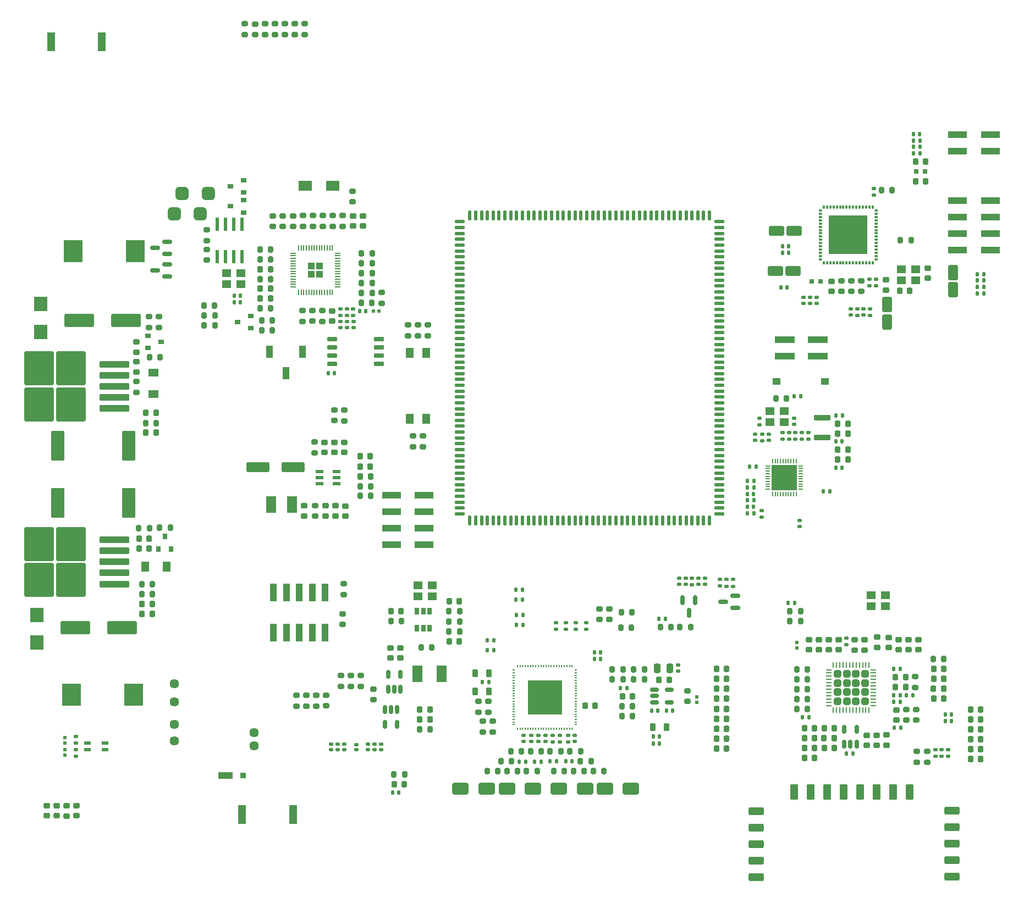
<source format=gtp>
G04 #@! TF.GenerationSoftware,KiCad,Pcbnew,8.0.0-rc1*
G04 #@! TF.CreationDate,2024-04-08T12:56:38+03:00*
G04 #@! TF.ProjectId,MXVR_3566,4d585652-5f33-4353-9636-2e6b69636164,REV1*
G04 #@! TF.SameCoordinates,Original*
G04 #@! TF.FileFunction,Paste,Top*
G04 #@! TF.FilePolarity,Positive*
%FSLAX46Y46*%
G04 Gerber Fmt 4.6, Leading zero omitted, Abs format (unit mm)*
G04 Created by KiCad (PCBNEW 8.0.0-rc1) date 2024-04-08 12:56:38*
%MOMM*%
%LPD*%
G01*
G04 APERTURE LIST*
G04 Aperture macros list*
%AMRoundRect*
0 Rectangle with rounded corners*
0 $1 Rounding radius*
0 $2 $3 $4 $5 $6 $7 $8 $9 X,Y pos of 4 corners*
0 Add a 4 corners polygon primitive as box body*
4,1,4,$2,$3,$4,$5,$6,$7,$8,$9,$2,$3,0*
0 Add four circle primitives for the rounded corners*
1,1,$1+$1,$2,$3*
1,1,$1+$1,$4,$5*
1,1,$1+$1,$6,$7*
1,1,$1+$1,$8,$9*
0 Add four rect primitives between the rounded corners*
20,1,$1+$1,$2,$3,$4,$5,0*
20,1,$1+$1,$4,$5,$6,$7,0*
20,1,$1+$1,$6,$7,$8,$9,0*
20,1,$1+$1,$8,$9,$2,$3,0*%
%AMFreePoly0*
4,1,12,-0.135000,0.225000,0.135000,0.225000,0.135000,-0.090000,0.124724,-0.141662,0.095459,-0.185459,0.051662,-0.214724,0.000000,-0.225000,-0.051662,-0.214724,-0.095459,-0.185459,-0.124724,-0.141662,-0.135000,-0.090000,-0.135000,0.225000,-0.135000,0.225000,$1*%
%AMFreePoly1*
4,1,5,3.000000,-3.000000,-3.000000,-3.000000,-3.000000,3.000000,3.000000,3.000000,3.000000,-3.000000,3.000000,-3.000000,$1*%
G04 Aperture macros list end*
%ADD10RoundRect,0.200000X0.200000X0.275000X-0.200000X0.275000X-0.200000X-0.275000X0.200000X-0.275000X0*%
%ADD11RoundRect,0.140000X0.140000X0.170000X-0.140000X0.170000X-0.140000X-0.170000X0.140000X-0.170000X0*%
%ADD12RoundRect,0.135000X-0.135000X-0.185000X0.135000X-0.185000X0.135000X0.185000X-0.135000X0.185000X0*%
%ADD13RoundRect,0.135000X0.185000X-0.135000X0.185000X0.135000X-0.185000X0.135000X-0.185000X-0.135000X0*%
%ADD14RoundRect,0.200000X-0.275000X0.200000X-0.275000X-0.200000X0.275000X-0.200000X0.275000X0.200000X0*%
%ADD15RoundRect,0.200000X0.275000X-0.200000X0.275000X0.200000X-0.275000X0.200000X-0.275000X-0.200000X0*%
%ADD16RoundRect,0.250001X-0.499999X0.924999X-0.499999X-0.924999X0.499999X-0.924999X0.499999X0.924999X0*%
%ADD17RoundRect,0.225000X-0.225000X-0.250000X0.225000X-0.250000X0.225000X0.250000X-0.225000X0.250000X0*%
%ADD18RoundRect,0.135000X0.135000X0.185000X-0.135000X0.185000X-0.135000X-0.185000X0.135000X-0.185000X0*%
%ADD19RoundRect,0.250000X-1.000000X-0.650000X1.000000X-0.650000X1.000000X0.650000X-1.000000X0.650000X0*%
%ADD20R,1.150000X1.650000*%
%ADD21RoundRect,0.140000X-0.170000X0.140000X-0.170000X-0.140000X0.170000X-0.140000X0.170000X0.140000X0*%
%ADD22RoundRect,0.250000X0.315000X-0.315000X0.315000X0.315000X-0.315000X0.315000X-0.315000X-0.315000X0*%
%ADD23RoundRect,0.062500X0.062500X-0.375000X0.062500X0.375000X-0.062500X0.375000X-0.062500X-0.375000X0*%
%ADD24RoundRect,0.062500X0.375000X-0.062500X0.375000X0.062500X-0.375000X0.062500X-0.375000X-0.062500X0*%
%ADD25R,1.300000X3.000000*%
%ADD26R,0.650000X0.700000*%
%ADD27RoundRect,0.200000X-0.200000X-0.275000X0.200000X-0.275000X0.200000X0.275000X-0.200000X0.275000X0*%
%ADD28RoundRect,0.250000X1.000000X0.650000X-1.000000X0.650000X-1.000000X-0.650000X1.000000X-0.650000X0*%
%ADD29RoundRect,0.218750X0.218750X0.256250X-0.218750X0.256250X-0.218750X-0.256250X0.218750X-0.256250X0*%
%ADD30RoundRect,0.225000X0.225000X0.250000X-0.225000X0.250000X-0.225000X-0.250000X0.225000X-0.250000X0*%
%ADD31R,1.400000X1.200000*%
%ADD32RoundRect,0.225000X-0.250000X0.225000X-0.250000X-0.225000X0.250000X-0.225000X0.250000X0.225000X0*%
%ADD33RoundRect,0.147500X-0.147500X-0.172500X0.147500X-0.172500X0.147500X0.172500X-0.147500X0.172500X0*%
%ADD34R,0.650000X1.125000*%
%ADD35RoundRect,0.140000X0.170000X-0.140000X0.170000X0.140000X-0.170000X0.140000X-0.170000X-0.140000X0*%
%ADD36RoundRect,0.225000X0.250000X-0.225000X0.250000X0.225000X-0.250000X0.225000X-0.250000X-0.225000X0*%
%ADD37R,0.900000X0.800000*%
%ADD38RoundRect,0.140000X-0.140000X-0.170000X0.140000X-0.170000X0.140000X0.170000X-0.140000X0.170000X0*%
%ADD39R,0.800000X0.900000*%
%ADD40RoundRect,0.135000X-0.185000X0.135000X-0.185000X-0.135000X0.185000X-0.135000X0.185000X0.135000X0*%
%ADD41R,0.700000X0.200000*%
%ADD42R,0.200000X0.700000*%
%ADD43R,3.950000X3.950000*%
%ADD44RoundRect,0.150000X0.587500X0.150000X-0.587500X0.150000X-0.587500X-0.150000X0.587500X-0.150000X0*%
%ADD45R,0.550000X0.600000*%
%ADD46RoundRect,0.125000X0.175000X-0.125000X0.175000X0.125000X-0.175000X0.125000X-0.175000X-0.125000X0*%
%ADD47R,0.600000X0.550000*%
%ADD48RoundRect,0.218750X-0.256250X0.218750X-0.256250X-0.218750X0.256250X-0.218750X0.256250X0.218750X0*%
%ADD49RoundRect,0.250000X-0.292217X0.292217X-0.292217X-0.292217X0.292217X-0.292217X0.292217X0.292217X0*%
%ADD50RoundRect,0.050000X-0.050000X0.387500X-0.050000X-0.387500X0.050000X-0.387500X0.050000X0.387500X0*%
%ADD51RoundRect,0.050000X-0.387500X0.050000X-0.387500X-0.050000X0.387500X-0.050000X0.387500X0.050000X0*%
%ADD52RoundRect,0.500000X-0.500000X-0.500000X0.500000X-0.500000X0.500000X0.500000X-0.500000X0.500000X0*%
%ADD53RoundRect,0.500000X0.500000X0.500000X-0.500000X0.500000X-0.500000X-0.500000X0.500000X-0.500000X0*%
%ADD54RoundRect,0.150000X0.150000X-0.512500X0.150000X0.512500X-0.150000X0.512500X-0.150000X-0.512500X0*%
%ADD55R,2.170000X1.120000*%
%ADD56R,0.850000X0.850000*%
%ADD57FreePoly0,0.000000*%
%ADD58FreePoly0,90.000000*%
%ADD59FreePoly0,180.000000*%
%ADD60FreePoly0,270.000000*%
%ADD61FreePoly1,0.000000*%
%ADD62R,3.000000X1.000000*%
%ADD63RoundRect,0.150000X-0.150000X0.587500X-0.150000X-0.587500X0.150000X-0.587500X0.150000X0.587500X0*%
%ADD64RoundRect,0.147500X0.147500X0.172500X-0.147500X0.172500X-0.147500X-0.172500X0.147500X-0.172500X0*%
%ADD65RoundRect,0.250001X0.799999X-2.049999X0.799999X2.049999X-0.799999X2.049999X-0.799999X-2.049999X0*%
%ADD66R,1.000000X2.750000*%
%ADD67RoundRect,0.250001X-1.999999X-0.799999X1.999999X-0.799999X1.999999X0.799999X-1.999999X0.799999X0*%
%ADD68RoundRect,0.041300X-0.253700X0.943700X-0.253700X-0.943700X0.253700X-0.943700X0.253700X0.943700X0*%
%ADD69R,0.180000X0.400000*%
%ADD70R,0.400000X0.180000*%
%ADD71R,5.300000X5.300000*%
%ADD72RoundRect,0.250001X-0.799999X2.049999X-0.799999X-2.049999X0.799999X-2.049999X0.799999X2.049999X0*%
%ADD73RoundRect,0.250001X0.924999X0.499999X-0.924999X0.499999X-0.924999X-0.499999X0.924999X-0.499999X0*%
%ADD74R,1.250000X1.500000*%
%ADD75RoundRect,0.218750X0.256250X-0.218750X0.256250X0.218750X-0.256250X0.218750X-0.256250X-0.218750X0*%
%ADD76RoundRect,0.250000X-1.500000X-0.550000X1.500000X-0.550000X1.500000X0.550000X-1.500000X0.550000X0*%
%ADD77RoundRect,0.250000X2.050000X0.300000X-2.050000X0.300000X-2.050000X-0.300000X2.050000X-0.300000X0*%
%ADD78RoundRect,0.250000X2.025000X2.375000X-2.025000X2.375000X-2.025000X-2.375000X2.025000X-2.375000X0*%
%ADD79RoundRect,0.180000X1.070000X-0.270000X1.070000X0.270000X-1.070000X0.270000X-1.070000X-0.270000X0*%
%ADD80RoundRect,0.218750X0.218750X0.381250X-0.218750X0.381250X-0.218750X-0.381250X0.218750X-0.381250X0*%
%ADD81R,1.050000X0.600000*%
%ADD82R,1.500000X2.500000*%
%ADD83R,3.000000X3.500000*%
%ADD84RoundRect,0.312500X0.887500X0.312500X-0.887500X0.312500X-0.887500X-0.312500X0.887500X-0.312500X0*%
%ADD85RoundRect,0.312500X-0.312500X0.887500X-0.312500X-0.887500X0.312500X-0.887500X0.312500X0.887500X0*%
%ADD86RoundRect,0.218750X-0.218750X-0.381250X0.218750X-0.381250X0.218750X0.381250X-0.218750X0.381250X0*%
%ADD87RoundRect,0.150000X0.650000X0.150000X-0.650000X0.150000X-0.650000X-0.150000X0.650000X-0.150000X0*%
%ADD88RoundRect,0.125000X-0.625000X-0.125000X0.625000X-0.125000X0.625000X0.125000X-0.625000X0.125000X0*%
%ADD89RoundRect,0.125000X0.125000X-0.625000X0.125000X0.625000X-0.125000X0.625000X-0.125000X-0.625000X0*%
%ADD90RoundRect,0.125000X0.625000X0.125000X-0.625000X0.125000X-0.625000X-0.125000X0.625000X-0.125000X0*%
%ADD91RoundRect,0.125000X-0.125000X0.625000X-0.125000X-0.625000X0.125000X-0.625000X0.125000X0.625000X0*%
%ADD92R,1.000000X1.900000*%
%ADD93R,1.200000X1.000000*%
%ADD94RoundRect,0.250000X0.250000X0.475000X-0.250000X0.475000X-0.250000X-0.475000X0.250000X-0.475000X0*%
%ADD95R,3.150000X1.000000*%
%ADD96R,1.200000X0.600000*%
%ADD97RoundRect,0.150000X-0.150000X0.512500X-0.150000X-0.512500X0.150000X-0.512500X0.150000X0.512500X0*%
%ADD98RoundRect,0.150000X-0.512500X-0.150000X0.512500X-0.150000X0.512500X0.150000X-0.512500X0.150000X0*%
%ADD99RoundRect,0.500000X-0.200000X-0.150000X0.200000X-0.150000X0.200000X0.150000X-0.200000X0.150000X0*%
%ADD100R,2.050000X2.250000*%
%ADD101R,2.120000X1.500000*%
%ADD102R,1.650000X1.150000*%
G04 APERTURE END LIST*
D10*
X112475000Y-143700000D03*
X110825000Y-143700000D03*
X103535000Y-76515000D03*
X101885000Y-76515000D03*
D11*
X83260000Y-77900000D03*
X82300000Y-77900000D03*
D12*
X169760000Y-141890000D03*
X170780000Y-141890000D03*
D13*
X170730000Y-98980000D03*
X170730000Y-97960000D03*
D11*
X83260000Y-76910000D03*
X82300000Y-76910000D03*
D14*
X93400000Y-138475000D03*
X93400000Y-140125000D03*
D15*
X89810000Y-66250000D03*
X89810000Y-64600000D03*
D12*
X147660000Y-126730000D03*
X148680000Y-126730000D03*
D16*
X182815000Y-78295000D03*
X182815000Y-80945000D03*
D11*
X138750000Y-132890000D03*
X137790000Y-132890000D03*
D17*
X156580000Y-142100000D03*
X158130000Y-142100000D03*
D18*
X184855000Y-138475000D03*
X183835000Y-138475000D03*
D14*
X98770000Y-135455000D03*
X98770000Y-137105000D03*
D15*
X91345000Y-66250000D03*
X91345000Y-64600000D03*
D14*
X97730000Y-94517500D03*
X97730000Y-96167500D03*
D10*
X72485000Y-112620000D03*
X70835000Y-112620000D03*
D17*
X68130000Y-124420000D03*
X69680000Y-124420000D03*
D19*
X132302500Y-152840000D03*
X136302500Y-152840000D03*
D10*
X142165000Y-134500000D03*
X140515000Y-134500000D03*
D15*
X99020000Y-127585000D03*
X99020000Y-125935000D03*
D20*
X68617500Y-118625000D03*
X71917500Y-118625000D03*
D21*
X169340000Y-111550000D03*
X169340000Y-112510000D03*
D22*
X175210000Y-139385000D03*
X176610000Y-139385000D03*
X178010000Y-139385000D03*
X179410000Y-139385000D03*
X175210000Y-137985000D03*
X176610000Y-137985000D03*
X178010000Y-137985000D03*
X179410000Y-137985000D03*
X175210000Y-136585000D03*
X176610000Y-136585000D03*
X178010000Y-136585000D03*
X179410000Y-136585000D03*
X175210000Y-135185000D03*
X176610000Y-135185000D03*
X178010000Y-135185000D03*
X179410000Y-135185000D03*
D23*
X174560000Y-140722500D03*
X175060000Y-140722500D03*
X175560000Y-140722500D03*
X176060000Y-140722500D03*
X176560000Y-140722500D03*
X177060000Y-140722500D03*
X177560000Y-140722500D03*
X178060000Y-140722500D03*
X178560000Y-140722500D03*
X179060000Y-140722500D03*
X179560000Y-140722500D03*
X180060000Y-140722500D03*
D24*
X180747500Y-140035000D03*
X180747500Y-139535000D03*
X180747500Y-139035000D03*
X180747500Y-138535000D03*
X180747500Y-138035000D03*
X180747500Y-137535000D03*
X180747500Y-137035000D03*
X180747500Y-136535000D03*
X180747500Y-136035000D03*
X180747500Y-135535000D03*
X180747500Y-135035000D03*
X180747500Y-134535000D03*
D23*
X180060000Y-133847500D03*
X179560000Y-133847500D03*
X179060000Y-133847500D03*
X178560000Y-133847500D03*
X178060000Y-133847500D03*
X177560000Y-133847500D03*
X177060000Y-133847500D03*
X176560000Y-133847500D03*
X176060000Y-133847500D03*
X175560000Y-133847500D03*
X175060000Y-133847500D03*
X174560000Y-133847500D03*
D24*
X173872500Y-134535000D03*
X173872500Y-135035000D03*
X173872500Y-135535000D03*
X173872500Y-136035000D03*
X173872500Y-136535000D03*
X173872500Y-137035000D03*
X173872500Y-137535000D03*
X173872500Y-138035000D03*
X173872500Y-138535000D03*
X173872500Y-139035000D03*
X173872500Y-139535000D03*
X173872500Y-140035000D03*
D17*
X68130000Y-125950000D03*
X69680000Y-125950000D03*
D25*
X83540000Y-156820000D03*
X91340000Y-156820000D03*
D26*
X171245000Y-74730000D03*
X172595000Y-74730000D03*
D27*
X111105000Y-131060000D03*
X112755000Y-131060000D03*
D28*
X128300000Y-152830000D03*
X124300000Y-152830000D03*
D13*
X57910000Y-147880000D03*
X57910000Y-146860000D03*
D12*
X161330000Y-106440000D03*
X162350000Y-106440000D03*
D15*
X88570000Y-36675000D03*
X88570000Y-35025000D03*
D21*
X128020000Y-144650000D03*
X128020000Y-145610000D03*
D15*
X91610000Y-36685000D03*
X91610000Y-35035000D03*
D29*
X137887500Y-140100000D03*
X136312500Y-140100000D03*
D30*
X87885000Y-77370000D03*
X86335000Y-77370000D03*
D16*
X192940000Y-73360000D03*
X192940000Y-76010000D03*
D17*
X156575000Y-135945000D03*
X158125000Y-135945000D03*
D21*
X190240000Y-146880000D03*
X190240000Y-147840000D03*
D31*
X166960000Y-94650000D03*
X164760000Y-94650000D03*
X164760000Y-96350000D03*
X166960000Y-96350000D03*
D10*
X133160000Y-150160000D03*
X131510000Y-150160000D03*
D13*
X169730000Y-98990000D03*
X169730000Y-97970000D03*
D12*
X121265000Y-129980000D03*
X122285000Y-129980000D03*
D32*
X189050000Y-72680000D03*
X189050000Y-74230000D03*
D27*
X101885000Y-70415000D03*
X103535000Y-70415000D03*
D18*
X197700000Y-76610000D03*
X196680000Y-76610000D03*
D10*
X137245000Y-148640000D03*
X135595000Y-148640000D03*
D15*
X112130000Y-83060000D03*
X112130000Y-81410000D03*
D33*
X133352500Y-148650000D03*
X134322500Y-148650000D03*
D30*
X70280000Y-94985000D03*
X68730000Y-94985000D03*
D34*
X112370000Y-125490000D03*
X111420000Y-125490000D03*
X110470000Y-125490000D03*
X110470000Y-128114000D03*
X111420000Y-128114000D03*
X112370000Y-128114000D03*
D12*
X125790000Y-126080000D03*
X126810000Y-126080000D03*
D35*
X162540000Y-99190000D03*
X162540000Y-98230000D03*
D30*
X171657500Y-146595000D03*
X170107500Y-146595000D03*
D11*
X162290000Y-107440000D03*
X161330000Y-107440000D03*
D21*
X134770000Y-144650000D03*
X134770000Y-145610000D03*
D36*
X179387500Y-131480000D03*
X179387500Y-129930000D03*
D37*
X83750000Y-64090000D03*
X83750000Y-62190000D03*
X81750000Y-63140000D03*
D10*
X117015000Y-128630000D03*
X115365000Y-128630000D03*
D38*
X146820000Y-144850000D03*
X147780000Y-144850000D03*
D27*
X134520000Y-150160000D03*
X136170000Y-150160000D03*
D17*
X106465000Y-125480000D03*
X108015000Y-125480000D03*
D39*
X70680000Y-115970000D03*
X72580000Y-115970000D03*
X71630000Y-113970000D03*
D10*
X103535000Y-71910000D03*
X101885000Y-71910000D03*
D17*
X101722500Y-103208750D03*
X103272500Y-103208750D03*
D30*
X171662500Y-143545000D03*
X170112500Y-143545000D03*
D38*
X174960000Y-103420000D03*
X175920000Y-103420000D03*
D17*
X173132500Y-146595000D03*
X174682500Y-146595000D03*
X67650000Y-115850000D03*
X69200000Y-115850000D03*
D11*
X167670000Y-70280000D03*
X166710000Y-70280000D03*
D10*
X103535000Y-74965000D03*
X101885000Y-74965000D03*
D14*
X109820000Y-98535000D03*
X109820000Y-100185000D03*
D40*
X176595000Y-129640000D03*
X176595000Y-130660000D03*
D36*
X173815000Y-131470000D03*
X173815000Y-129920000D03*
D14*
X95890000Y-79210000D03*
X95890000Y-80860000D03*
D17*
X156585000Y-145150000D03*
X158135000Y-145150000D03*
X190025000Y-138990000D03*
X191575000Y-138990000D03*
D15*
X95975000Y-66225000D03*
X95975000Y-64575000D03*
D41*
X164460000Y-103130000D03*
X164460000Y-103530000D03*
X164460000Y-103930000D03*
X164460000Y-104330000D03*
X164460000Y-104730000D03*
X164460000Y-105130000D03*
X164460000Y-105530000D03*
X164460000Y-105930000D03*
X164460000Y-106330000D03*
X164460000Y-106730000D03*
D42*
X165210000Y-107480000D03*
X165610000Y-107480000D03*
X166010000Y-107480000D03*
X166410000Y-107480000D03*
X166810000Y-107480000D03*
X167210000Y-107480000D03*
X167610000Y-107480000D03*
X168010000Y-107480000D03*
X168410000Y-107480000D03*
X168810000Y-107480000D03*
D41*
X169560000Y-106730000D03*
X169560000Y-106330000D03*
X169560000Y-105930000D03*
X169560000Y-105530000D03*
X169560000Y-105130000D03*
X169560000Y-104730000D03*
X169560000Y-104330000D03*
X169560000Y-103930000D03*
X169560000Y-103530000D03*
X169560000Y-103130000D03*
D42*
X168810000Y-102380000D03*
X168410000Y-102380000D03*
X168010000Y-102380000D03*
X167610000Y-102380000D03*
X167210000Y-102380000D03*
X166810000Y-102380000D03*
X166410000Y-102380000D03*
X166010000Y-102380000D03*
X165610000Y-102380000D03*
X165210000Y-102380000D03*
D43*
X167010000Y-104930000D03*
D17*
X156570000Y-137485000D03*
X158120000Y-137485000D03*
D27*
X167850000Y-127065000D03*
X169500000Y-127065000D03*
D38*
X186890000Y-52010000D03*
X187850000Y-52010000D03*
D14*
X100300000Y-135455000D03*
X100300000Y-137105000D03*
D32*
X100575000Y-64640000D03*
X100575000Y-66190000D03*
D27*
X106415000Y-127000000D03*
X108065000Y-127000000D03*
D21*
X181120000Y-74400000D03*
X181120000Y-75360000D03*
D11*
X167670000Y-69300000D03*
X166710000Y-69300000D03*
D10*
X79335000Y-79990000D03*
X77685000Y-79990000D03*
D44*
X72027500Y-73990000D03*
X72027500Y-72090000D03*
X70152500Y-73040000D03*
D15*
X85520000Y-36695000D03*
X85520000Y-35045000D03*
D14*
X120580000Y-142455000D03*
X120580000Y-144105000D03*
D11*
X121490000Y-136470000D03*
X120530000Y-136470000D03*
D14*
X70720000Y-80145000D03*
X70720000Y-81795000D03*
D11*
X162260000Y-109420000D03*
X161300000Y-109420000D03*
D21*
X180140000Y-74400000D03*
X180140000Y-75360000D03*
D45*
X104567500Y-79300000D03*
X103717500Y-79300000D03*
D21*
X178230000Y-78960000D03*
X178230000Y-79920000D03*
D15*
X67240000Y-91795000D03*
X67240000Y-90145000D03*
D46*
X101100000Y-146860000D03*
X101100000Y-146060000D03*
D21*
X98695000Y-80860000D03*
X98695000Y-81820000D03*
D47*
X168952500Y-130325000D03*
X168952500Y-131175000D03*
D12*
X121265000Y-131510000D03*
X122285000Y-131510000D03*
D36*
X106397500Y-132740000D03*
X106397500Y-131190000D03*
X67230000Y-88660000D03*
X67230000Y-87110000D03*
D15*
X122100000Y-144105000D03*
X122100000Y-142455000D03*
D13*
X157110000Y-121650000D03*
X157110000Y-120630000D03*
D17*
X101735000Y-104738750D03*
X103285000Y-104738750D03*
D14*
X177867500Y-129885000D03*
X177867500Y-131535000D03*
D13*
X159120000Y-121660000D03*
X159120000Y-120640000D03*
D48*
X182720000Y-144592500D03*
X182720000Y-146167500D03*
D47*
X56280000Y-144972500D03*
X56280000Y-145822500D03*
D14*
X110590000Y-81410000D03*
X110590000Y-83060000D03*
D21*
X169970000Y-77150000D03*
X169970000Y-78110000D03*
D27*
X86525000Y-82240000D03*
X88175000Y-82240000D03*
D49*
X95457500Y-72322500D03*
X94182500Y-72322500D03*
X95457500Y-73597500D03*
X94182500Y-73597500D03*
D50*
X97420000Y-69522500D03*
X97020000Y-69522500D03*
X96620000Y-69522500D03*
X96220000Y-69522500D03*
X95820000Y-69522500D03*
X95420000Y-69522500D03*
X95020000Y-69522500D03*
X94620000Y-69522500D03*
X94220000Y-69522500D03*
X93820000Y-69522500D03*
X93420000Y-69522500D03*
X93020000Y-69522500D03*
X92620000Y-69522500D03*
X92220000Y-69522500D03*
D51*
X91382500Y-70360000D03*
X91382500Y-70760000D03*
X91382500Y-71160000D03*
X91382500Y-71560000D03*
X91382500Y-71960000D03*
X91382500Y-72360000D03*
X91382500Y-72760000D03*
X91382500Y-73160000D03*
X91382500Y-73560000D03*
X91382500Y-73960000D03*
X91382500Y-74360000D03*
X91382500Y-74760000D03*
X91382500Y-75160000D03*
X91382500Y-75560000D03*
D50*
X92220000Y-76397500D03*
X92620000Y-76397500D03*
X93020000Y-76397500D03*
X93420000Y-76397500D03*
X93820000Y-76397500D03*
X94220000Y-76397500D03*
X94620000Y-76397500D03*
X95020000Y-76397500D03*
X95420000Y-76397500D03*
X95820000Y-76397500D03*
X96220000Y-76397500D03*
X96620000Y-76397500D03*
X97020000Y-76397500D03*
X97420000Y-76397500D03*
D51*
X98257500Y-75560000D03*
X98257500Y-75160000D03*
X98257500Y-74760000D03*
X98257500Y-74360000D03*
X98257500Y-73960000D03*
X98257500Y-73560000D03*
X98257500Y-73160000D03*
X98257500Y-72760000D03*
X98257500Y-72360000D03*
X98257500Y-71960000D03*
X98257500Y-71560000D03*
X98257500Y-71160000D03*
X98257500Y-70760000D03*
X98257500Y-70360000D03*
D14*
X78060000Y-69795000D03*
X78060000Y-71445000D03*
D35*
X150620000Y-134740000D03*
X150620000Y-133780000D03*
D17*
X195660000Y-142170000D03*
X197210000Y-142170000D03*
X156575000Y-146660000D03*
X158125000Y-146660000D03*
D13*
X152800000Y-121420000D03*
X152800000Y-120400000D03*
D38*
X146560000Y-140800000D03*
X147520000Y-140800000D03*
D52*
X77084290Y-64290000D03*
D53*
X73084290Y-64290000D03*
D54*
X106030000Y-137507500D03*
X106980000Y-137507500D03*
X107930000Y-137507500D03*
X107930000Y-135232500D03*
X106030000Y-135232500D03*
D18*
X197690000Y-73580000D03*
X196670000Y-73580000D03*
D10*
X87935000Y-78900000D03*
X86285000Y-78900000D03*
D55*
X80960000Y-150830000D03*
D56*
X83640000Y-150830000D03*
D36*
X181330000Y-131075000D03*
X181330000Y-129525000D03*
D48*
X182670000Y-74492500D03*
X182670000Y-76067500D03*
D35*
X153810000Y-121380000D03*
X153810000Y-120420000D03*
D27*
X101865000Y-78035000D03*
X103515000Y-78035000D03*
X189925000Y-132860000D03*
X191575000Y-132860000D03*
D15*
X90090000Y-36685000D03*
X90090000Y-35035000D03*
D35*
X164600000Y-99210000D03*
X164600000Y-98250000D03*
D10*
X87935000Y-74340000D03*
X86285000Y-74340000D03*
D21*
X130240000Y-144650000D03*
X130240000Y-145610000D03*
D46*
X102890000Y-146820000D03*
X102890000Y-146020000D03*
D57*
X180590000Y-63300000D03*
X180090000Y-63300000D03*
X179590000Y-63300000D03*
X179090000Y-63300000D03*
X178590000Y-63300000D03*
X178090000Y-63300000D03*
X177590000Y-63300000D03*
X177090000Y-63300000D03*
X176590000Y-63300000D03*
X176090000Y-63300000D03*
X175590000Y-63300000D03*
X175090000Y-63300000D03*
X174590000Y-63300000D03*
X174090000Y-63300000D03*
X173590000Y-63300000D03*
X173090000Y-63300000D03*
D58*
X172590000Y-63800000D03*
X172590000Y-64300000D03*
X172590000Y-64800000D03*
X172590000Y-65300000D03*
X172590000Y-65800000D03*
X172590000Y-66300000D03*
X172590000Y-66800000D03*
X172590000Y-67300000D03*
X172590000Y-67800000D03*
X172590000Y-68300000D03*
X172590000Y-68800000D03*
X172590000Y-69300000D03*
X172590000Y-69800000D03*
X172590000Y-70300000D03*
X172590000Y-70800000D03*
X172590000Y-71300000D03*
D59*
X173090000Y-71800000D03*
X173590000Y-71800000D03*
X174090000Y-71800000D03*
X174590000Y-71800000D03*
X175090000Y-71800000D03*
X175590000Y-71800000D03*
X176090000Y-71800000D03*
X176590000Y-71800000D03*
X177090000Y-71800000D03*
X177590000Y-71800000D03*
X178090000Y-71800000D03*
X178590000Y-71800000D03*
X179090000Y-71800000D03*
X179590000Y-71800000D03*
X180090000Y-71800000D03*
X180590000Y-71800000D03*
D60*
X181090000Y-71300000D03*
X181090000Y-70800000D03*
X181090000Y-70300000D03*
X181090000Y-69800000D03*
X181090000Y-69300000D03*
X181090000Y-68800000D03*
X181090000Y-68300000D03*
X181090000Y-67800000D03*
X181090000Y-67300000D03*
X181090000Y-66800000D03*
X181090000Y-66300000D03*
X181090000Y-65800000D03*
X181090000Y-65300000D03*
X181090000Y-64800000D03*
X181090000Y-64300000D03*
X181090000Y-63800000D03*
D61*
X176840000Y-67550000D03*
D29*
X149287500Y-136080000D03*
X147712500Y-136080000D03*
D62*
X106520000Y-107620000D03*
X111560000Y-107620000D03*
X106520000Y-110160000D03*
X111560000Y-110160000D03*
X106520000Y-112700000D03*
X111560000Y-112700000D03*
X106520000Y-115240000D03*
X111560000Y-115240000D03*
D36*
X58020000Y-157037500D03*
X58020000Y-155487500D03*
D14*
X152100000Y-137765000D03*
X152100000Y-139415000D03*
D12*
X161280000Y-108430000D03*
X162300000Y-108430000D03*
D15*
X111350000Y-100185000D03*
X111350000Y-98535000D03*
D40*
X57920000Y-144780000D03*
X57920000Y-145800000D03*
D36*
X183100000Y-131125000D03*
X183100000Y-129575000D03*
D31*
X112770000Y-121550000D03*
X110570000Y-121550000D03*
X110570000Y-123250000D03*
X112770000Y-123250000D03*
D33*
X128590000Y-148670000D03*
X129560000Y-148670000D03*
D27*
X167850000Y-125505000D03*
X169500000Y-125505000D03*
D14*
X121420000Y-139430000D03*
X121420000Y-141080000D03*
D63*
X153260000Y-123850000D03*
X151360000Y-123850000D03*
X152310000Y-125725000D03*
D32*
X174240000Y-74670000D03*
X174240000Y-76220000D03*
D14*
X92820000Y-79200000D03*
X92820000Y-80850000D03*
D32*
X97880000Y-109273750D03*
X97880000Y-110823750D03*
D17*
X156575000Y-143630000D03*
X158125000Y-143630000D03*
D10*
X145450000Y-134500000D03*
X143800000Y-134500000D03*
D35*
X163220000Y-96780000D03*
X163220000Y-95820000D03*
D64*
X127160000Y-148670000D03*
X126190000Y-148670000D03*
D65*
X66060000Y-108800000D03*
X66060000Y-100000000D03*
D30*
X143610000Y-138610000D03*
X142060000Y-138610000D03*
D17*
X173127500Y-145055000D03*
X174677500Y-145055000D03*
D21*
X180770000Y-60440000D03*
X180770000Y-61400000D03*
D36*
X99245000Y-101055000D03*
X99245000Y-99505000D03*
D14*
X109050000Y-81410000D03*
X109050000Y-83060000D03*
D66*
X88330000Y-122605000D03*
X88330000Y-128855000D03*
X90330000Y-122605000D03*
X90330000Y-128855000D03*
X92330000Y-122605000D03*
X92330000Y-128855000D03*
X94330000Y-122605000D03*
X94330000Y-128855000D03*
X96330000Y-122605000D03*
X96330000Y-128855000D03*
D67*
X58420000Y-80745000D03*
X65620000Y-80745000D03*
D38*
X174960000Y-99380000D03*
X175920000Y-99380000D03*
D17*
X190010000Y-135920000D03*
X191560000Y-135920000D03*
D15*
X94792500Y-110878750D03*
X94792500Y-109228750D03*
D36*
X175330000Y-131470000D03*
X175330000Y-129920000D03*
D32*
X184230000Y-140715000D03*
X184230000Y-142265000D03*
D17*
X101725000Y-101653750D03*
X103275000Y-101653750D03*
D15*
X175780000Y-76265000D03*
X175780000Y-74615000D03*
D21*
X179210000Y-78950000D03*
X179210000Y-79910000D03*
D27*
X127310000Y-150190000D03*
X128960000Y-150190000D03*
D17*
X106975000Y-152210000D03*
X108525000Y-152210000D03*
D47*
X153520000Y-139600000D03*
X153520000Y-138750000D03*
D67*
X57820000Y-128050000D03*
X65020000Y-128050000D03*
D68*
X83520000Y-65930000D03*
X82250000Y-65930000D03*
X80980000Y-65930000D03*
X79710000Y-65930000D03*
X79710000Y-70880000D03*
X80980000Y-70880000D03*
X82250000Y-70880000D03*
X83520000Y-70880000D03*
D10*
X129575000Y-147120000D03*
X127925000Y-147120000D03*
D19*
X117150000Y-152830000D03*
X121150000Y-152830000D03*
D36*
X179680000Y-146165000D03*
X179680000Y-144615000D03*
D46*
X103920000Y-146820000D03*
X103920000Y-146020000D03*
D14*
X138500000Y-125165000D03*
X138500000Y-126815000D03*
D15*
X94445000Y-66242500D03*
X94445000Y-64592500D03*
D46*
X98250000Y-146830000D03*
X98250000Y-146030000D03*
D21*
X180210000Y-78960000D03*
X180210000Y-79920000D03*
D27*
X67605000Y-112720000D03*
X69255000Y-112720000D03*
D12*
X196670000Y-75590000D03*
X197690000Y-75590000D03*
D27*
X184865000Y-68350000D03*
X186515000Y-68350000D03*
D17*
X110875000Y-140650000D03*
X112425000Y-140650000D03*
D21*
X171950000Y-77140000D03*
X171950000Y-78100000D03*
D69*
X125930000Y-143590000D03*
X126330000Y-143590000D03*
X126730000Y-143590000D03*
X127130000Y-143590000D03*
X127530000Y-143590000D03*
X127930000Y-143590000D03*
X128330000Y-143590000D03*
X128730000Y-143590000D03*
X129130000Y-143590000D03*
X129530000Y-143590000D03*
X129930000Y-143590000D03*
X130330000Y-143590000D03*
X130730000Y-143590000D03*
X131130000Y-143590000D03*
X131530000Y-143590000D03*
X131930000Y-143590000D03*
X132330000Y-143590000D03*
X132730000Y-143590000D03*
X133130000Y-143590000D03*
X133530000Y-143590000D03*
X133930000Y-143590000D03*
X134330000Y-143590000D03*
D70*
X134930000Y-142990000D03*
X134930000Y-142590000D03*
X134930000Y-142190000D03*
X134930000Y-141790000D03*
X134930000Y-141390000D03*
X134930000Y-140990000D03*
X134930000Y-140590000D03*
X134930000Y-140190000D03*
X134930000Y-139790000D03*
X134930000Y-139390000D03*
X134930000Y-138990000D03*
X134930000Y-138590000D03*
X134930000Y-138190000D03*
X134930000Y-137790000D03*
X134930000Y-137390000D03*
X134930000Y-136990000D03*
X134930000Y-136590000D03*
X134930000Y-136190000D03*
X134930000Y-135790000D03*
X134930000Y-135390000D03*
X134930000Y-134990000D03*
X134930000Y-134590000D03*
D69*
X134330000Y-133990000D03*
X133930000Y-133990000D03*
X133530000Y-133990000D03*
X133130000Y-133990000D03*
X132730000Y-133990000D03*
X132330000Y-133990000D03*
X131930000Y-133990000D03*
X131530000Y-133990000D03*
X131130000Y-133990000D03*
X130730000Y-133990000D03*
X130330000Y-133990000D03*
X129930000Y-133990000D03*
X129530000Y-133990000D03*
X129130000Y-133990000D03*
X128730000Y-133990000D03*
X128330000Y-133990000D03*
X127930000Y-133990000D03*
X127530000Y-133990000D03*
X127130000Y-133990000D03*
X126730000Y-133990000D03*
X126330000Y-133990000D03*
X125930000Y-133990000D03*
D70*
X125330000Y-134590000D03*
X125330000Y-134990000D03*
X125330000Y-135390000D03*
X125330000Y-135790000D03*
X125330000Y-136190000D03*
X125330000Y-136590000D03*
X125330000Y-136990000D03*
X125330000Y-137390000D03*
X125330000Y-137790000D03*
X125330000Y-138190000D03*
X125330000Y-138590000D03*
X125330000Y-138990000D03*
X125330000Y-139390000D03*
X125330000Y-139790000D03*
X125330000Y-140190000D03*
X125330000Y-140590000D03*
X125330000Y-140990000D03*
X125330000Y-141390000D03*
X125330000Y-141790000D03*
X125330000Y-142190000D03*
X125330000Y-142590000D03*
X125330000Y-142990000D03*
D71*
X130130000Y-138790000D03*
D36*
X186155000Y-131435000D03*
X186155000Y-129885000D03*
D26*
X188655000Y-57760000D03*
X187305000Y-57760000D03*
D10*
X142175000Y-136030000D03*
X140525000Y-136030000D03*
D72*
X55110000Y-100000000D03*
X55110000Y-108800000D03*
D35*
X98690000Y-79945000D03*
X98690000Y-78985000D03*
D11*
X167420000Y-75620000D03*
X166460000Y-75620000D03*
D38*
X191780000Y-142450000D03*
X192740000Y-142450000D03*
D36*
X187675000Y-131440000D03*
X187675000Y-129890000D03*
D73*
X168495000Y-66880000D03*
X165845000Y-66880000D03*
D40*
X131860000Y-127280000D03*
X131860000Y-128300000D03*
D11*
X162310000Y-105440000D03*
X161350000Y-105440000D03*
D74*
X109370000Y-95865000D03*
X111910000Y-95865000D03*
X111910000Y-85705000D03*
X109370000Y-85705000D03*
D31*
X180390000Y-124790000D03*
X182590000Y-124790000D03*
X182590000Y-123090000D03*
X180390000Y-123090000D03*
D40*
X166700000Y-97977500D03*
X166700000Y-98997500D03*
D21*
X100665000Y-80855000D03*
X100665000Y-81815000D03*
D36*
X99432500Y-110853750D03*
X99432500Y-109303750D03*
D17*
X184127500Y-135685000D03*
X185677500Y-135685000D03*
D30*
X171652500Y-145065000D03*
X170102500Y-145065000D03*
D35*
X154810000Y-121390000D03*
X154810000Y-120430000D03*
D75*
X172295000Y-131467500D03*
X172295000Y-129892500D03*
D27*
X101685000Y-107768750D03*
X103335000Y-107768750D03*
D21*
X132450000Y-144660000D03*
X132450000Y-145620000D03*
D10*
X103535000Y-73430000D03*
X101885000Y-73430000D03*
D17*
X189975000Y-137440000D03*
X191525000Y-137440000D03*
X195660000Y-145250000D03*
X197210000Y-145250000D03*
D27*
X137585000Y-150170000D03*
X139235000Y-150170000D03*
D12*
X167600000Y-124250000D03*
X168620000Y-124250000D03*
X185767500Y-138475000D03*
X186787500Y-138475000D03*
D14*
X100500000Y-60785000D03*
X100500000Y-62435000D03*
D10*
X170552500Y-134515000D03*
X168902500Y-134515000D03*
D30*
X70275000Y-98030000D03*
X68725000Y-98030000D03*
D10*
X79345000Y-81520000D03*
X77695000Y-81520000D03*
D76*
X86000000Y-103348750D03*
X91400000Y-103348750D03*
D10*
X132610000Y-147120000D03*
X130960000Y-147120000D03*
D38*
X106695000Y-153470000D03*
X107655000Y-153470000D03*
D12*
X176590000Y-147420000D03*
X177610000Y-147420000D03*
D14*
X187420000Y-147115000D03*
X187420000Y-148765000D03*
D15*
X83970000Y-36675000D03*
X83970000Y-35025000D03*
D77*
X63867500Y-121320000D03*
X63867500Y-119620000D03*
X63867500Y-117920000D03*
D78*
X57142500Y-120695000D03*
X57142500Y-115145000D03*
X52292500Y-120695000D03*
X52292500Y-115145000D03*
D77*
X63867500Y-116220000D03*
X63867500Y-114520000D03*
D30*
X69200000Y-114310000D03*
X67650000Y-114310000D03*
D17*
X156550000Y-140560000D03*
X158100000Y-140560000D03*
D35*
X99665000Y-79940000D03*
X99665000Y-78980000D03*
D17*
X115435000Y-130150000D03*
X116985000Y-130150000D03*
D14*
X99035000Y-64585000D03*
X99035000Y-66235000D03*
X140030000Y-125155000D03*
X140030000Y-126805000D03*
X94700000Y-99465000D03*
X94700000Y-101115000D03*
D79*
X172840000Y-98790000D03*
X172840000Y-95690000D03*
D38*
X174965000Y-95350000D03*
X175925000Y-95350000D03*
D32*
X96340000Y-109278750D03*
X96340000Y-110828750D03*
D15*
X93150000Y-36685000D03*
X93150000Y-35035000D03*
D27*
X181965000Y-60690000D03*
X183615000Y-60690000D03*
D32*
X67255000Y-84055000D03*
X67255000Y-85605000D03*
D11*
X97730000Y-88840000D03*
X96770000Y-88840000D03*
D10*
X143545000Y-125720000D03*
X141895000Y-125720000D03*
D27*
X150920000Y-127990000D03*
X152570000Y-127990000D03*
D17*
X195680000Y-148320000D03*
X197230000Y-148320000D03*
D13*
X163510000Y-111060000D03*
X163510000Y-110040000D03*
D17*
X187205000Y-56230000D03*
X188755000Y-56230000D03*
D80*
X148892500Y-143400000D03*
X146767500Y-143400000D03*
D17*
X173142500Y-143525000D03*
X174692500Y-143525000D03*
D40*
X158110000Y-120640000D03*
X158110000Y-121660000D03*
D30*
X176775000Y-98130000D03*
X175225000Y-98130000D03*
D18*
X184950000Y-143500000D03*
X183930000Y-143500000D03*
D46*
X104950000Y-146810000D03*
X104950000Y-146010000D03*
D62*
X193660000Y-52070000D03*
X198700000Y-52070000D03*
X193660000Y-54610000D03*
X198700000Y-54610000D03*
D35*
X100645000Y-79940000D03*
X100645000Y-78980000D03*
D37*
X83735000Y-61020000D03*
X83735000Y-59120000D03*
X81735000Y-60070000D03*
D11*
X142745000Y-137330000D03*
X141785000Y-137330000D03*
D17*
X86335000Y-75850000D03*
X87885000Y-75850000D03*
X156575000Y-134410000D03*
X158125000Y-134410000D03*
D81*
X62395000Y-145830000D03*
X59745000Y-145830000D03*
X59745000Y-146830000D03*
X62395000Y-146830000D03*
D36*
X181200000Y-146165000D03*
X181200000Y-144615000D03*
D52*
X78314290Y-61190000D03*
D53*
X74314290Y-61190000D03*
D17*
X190005000Y-134390000D03*
X191555000Y-134390000D03*
D40*
X191240000Y-146870000D03*
X191240000Y-147890000D03*
D15*
X178870000Y-76270000D03*
X178870000Y-74620000D03*
D82*
X110533265Y-135160000D03*
X114233265Y-135160000D03*
D17*
X175240000Y-102160000D03*
X176790000Y-102160000D03*
D27*
X68675000Y-96515000D03*
X70325000Y-96515000D03*
D17*
X115425000Y-124010000D03*
X116975000Y-124010000D03*
D40*
X167710000Y-97967500D03*
X167710000Y-98987500D03*
D14*
X187177500Y-135620000D03*
X187177500Y-137270000D03*
D54*
X176237500Y-145970000D03*
X177187500Y-145970000D03*
X178137500Y-145970000D03*
X178137500Y-143695000D03*
X176237500Y-143695000D03*
D17*
X175230000Y-96610000D03*
X176780000Y-96610000D03*
D83*
X67080000Y-70080000D03*
X57480000Y-70080000D03*
D21*
X177250000Y-78950000D03*
X177250000Y-79910000D03*
D17*
X175240000Y-100640000D03*
X176790000Y-100640000D03*
D10*
X103325000Y-106258750D03*
X101675000Y-106258750D03*
X126545000Y-147120000D03*
X124895000Y-147120000D03*
D84*
X192802900Y-166415000D03*
X192802900Y-163875000D03*
X192802900Y-161335000D03*
X192802900Y-158795000D03*
X192802900Y-156255000D03*
D85*
X186300000Y-153365944D03*
X183760000Y-153365944D03*
X181220000Y-153365944D03*
X178680000Y-153365944D03*
X176140000Y-153340944D03*
X173600000Y-153340944D03*
X171060000Y-153365944D03*
X168520000Y-153390944D03*
D84*
X162642900Y-156370000D03*
X162642900Y-158910000D03*
X162642900Y-161450000D03*
X162642900Y-163990000D03*
X162642900Y-166530000D03*
D10*
X117015000Y-127080000D03*
X115365000Y-127080000D03*
D27*
X86275000Y-71310000D03*
X87925000Y-71310000D03*
D15*
X97505000Y-66225000D03*
X97505000Y-64575000D03*
D86*
X119370000Y-135105000D03*
X121495000Y-135105000D03*
D10*
X117025000Y-125550000D03*
X115375000Y-125550000D03*
D36*
X97755000Y-101065000D03*
X97755000Y-99515000D03*
D17*
X195665000Y-146790000D03*
X197215000Y-146790000D03*
D18*
X184865000Y-139470000D03*
X183845000Y-139470000D03*
D87*
X104590000Y-87370000D03*
X104590000Y-86100000D03*
X104590000Y-84830000D03*
X104590000Y-83560000D03*
X97390000Y-83560000D03*
X97390000Y-84830000D03*
X97390000Y-86100000D03*
X97390000Y-87370000D03*
D10*
X145460000Y-136040000D03*
X143810000Y-136040000D03*
D75*
X93107500Y-110841250D03*
X93107500Y-109266250D03*
D10*
X143660000Y-140170000D03*
X142010000Y-140170000D03*
D48*
X56480000Y-155475000D03*
X56480000Y-157050000D03*
D10*
X70895000Y-86380000D03*
X69245000Y-86380000D03*
X170552500Y-136035000D03*
X168902500Y-136035000D03*
D31*
X187235000Y-72820000D03*
X185035000Y-72820000D03*
X185035000Y-74520000D03*
X187235000Y-74520000D03*
D12*
X125790000Y-127610000D03*
X126810000Y-127610000D03*
D21*
X170970000Y-77140000D03*
X170970000Y-78100000D03*
D14*
X101830000Y-135455000D03*
X101830000Y-137105000D03*
D10*
X88190000Y-80690000D03*
X86540000Y-80690000D03*
D11*
X162650000Y-103220000D03*
X161690000Y-103220000D03*
D10*
X149550000Y-127990000D03*
X147900000Y-127990000D03*
D82*
X91250000Y-109103750D03*
X88000000Y-109103750D03*
D27*
X165690000Y-92720000D03*
X167340000Y-92720000D03*
D88*
X117035000Y-65520000D03*
X117035000Y-66420000D03*
X117035000Y-67320000D03*
X117035000Y-68220000D03*
X117035000Y-69120000D03*
X117035000Y-70020000D03*
X117035000Y-70920000D03*
X117035000Y-71820000D03*
X117035000Y-72720000D03*
X117035000Y-73620000D03*
X117035000Y-74520000D03*
X117035000Y-75420000D03*
X117035000Y-76320000D03*
X117035000Y-77220000D03*
X117035000Y-78120000D03*
X117035000Y-79020000D03*
X117035000Y-79920000D03*
X117035000Y-80820000D03*
X117035000Y-81720000D03*
X117035000Y-82620000D03*
X117035000Y-83520000D03*
X117035000Y-84420000D03*
X117035000Y-85320000D03*
X117035000Y-86220000D03*
X117035000Y-87120000D03*
X117035000Y-88020000D03*
X117035000Y-88920000D03*
X117035000Y-89820000D03*
X117035000Y-90720000D03*
X117035000Y-91620000D03*
X117035000Y-92520000D03*
X117035000Y-93420000D03*
X117035000Y-94320000D03*
X117035000Y-95220000D03*
X117035000Y-96120000D03*
X117035000Y-97020000D03*
X117035000Y-97920000D03*
X117035000Y-98820000D03*
X117035000Y-99720000D03*
X117035000Y-100620000D03*
X117035000Y-101520000D03*
X117035000Y-102420000D03*
X117035000Y-103320000D03*
X117035000Y-104220000D03*
X117035000Y-105120000D03*
X117035000Y-106020000D03*
X117035000Y-106920000D03*
X117035000Y-107820000D03*
X117035000Y-108720000D03*
X117035000Y-109620000D03*
X117035000Y-110520000D03*
D89*
X118585000Y-111520000D03*
X119485000Y-111520000D03*
X120385000Y-111520000D03*
X121285000Y-111520000D03*
X122185000Y-111520000D03*
X123085000Y-111520000D03*
X123985000Y-111520000D03*
X124885000Y-111520000D03*
X125785000Y-111520000D03*
X126685000Y-111520000D03*
X127585000Y-111520000D03*
X128485000Y-111520000D03*
X129385000Y-111520000D03*
X130285000Y-111520000D03*
X131185000Y-111520000D03*
X132085000Y-111520000D03*
X132985000Y-111520000D03*
X133885000Y-111520000D03*
X134785000Y-111520000D03*
X135685000Y-111520000D03*
X136585000Y-111520000D03*
X137485000Y-111520000D03*
X138385000Y-111520000D03*
X139285000Y-111520000D03*
X140185000Y-111520000D03*
X141085000Y-111520000D03*
X141985000Y-111520000D03*
X142885000Y-111520000D03*
X143785000Y-111520000D03*
X144685000Y-111520000D03*
X145585000Y-111520000D03*
X146485000Y-111520000D03*
X147385000Y-111520000D03*
X148285000Y-111520000D03*
X149185000Y-111520000D03*
X150085000Y-111520000D03*
X150985000Y-111520000D03*
X151885000Y-111520000D03*
X152785000Y-111520000D03*
X153685000Y-111520000D03*
X154585000Y-111520000D03*
X155485000Y-111520000D03*
D90*
X157035000Y-110520000D03*
X157035000Y-109620000D03*
X157035000Y-108720000D03*
X157035000Y-107820000D03*
X157035000Y-106920000D03*
X157035000Y-106020000D03*
X157035000Y-105120000D03*
X157035000Y-104220000D03*
X157035000Y-103320000D03*
X157035000Y-102420000D03*
X157035000Y-101520000D03*
X157035000Y-100620000D03*
X157035000Y-99720000D03*
X157035000Y-98820000D03*
X157035000Y-97920000D03*
X157035000Y-97020000D03*
X157035000Y-96120000D03*
X157035000Y-95220000D03*
X157035000Y-94320000D03*
X157035000Y-93420000D03*
X157035000Y-92520000D03*
X157035000Y-91620000D03*
X157035000Y-90720000D03*
X157035000Y-89820000D03*
X157035000Y-88920000D03*
X157035000Y-88020000D03*
X157035000Y-87120000D03*
X157035000Y-86220000D03*
X157035000Y-85320000D03*
X157035000Y-84420000D03*
X157035000Y-83520000D03*
X157035000Y-82620000D03*
X157035000Y-81720000D03*
X157035000Y-80820000D03*
X157035000Y-79920000D03*
X157035000Y-79020000D03*
X157035000Y-78120000D03*
X157035000Y-77220000D03*
X157035000Y-76320000D03*
X157035000Y-75420000D03*
X157035000Y-74520000D03*
X157035000Y-73620000D03*
X157035000Y-72720000D03*
X157035000Y-71820000D03*
X157035000Y-70920000D03*
X157035000Y-70020000D03*
X157035000Y-69120000D03*
X157035000Y-68220000D03*
X157035000Y-67320000D03*
X157035000Y-66420000D03*
X157035000Y-65520000D03*
D91*
X155485000Y-64520000D03*
X154585000Y-64520000D03*
X153685000Y-64520000D03*
X152785000Y-64520000D03*
X151885000Y-64520000D03*
X150985000Y-64520000D03*
X150085000Y-64520000D03*
X149185000Y-64520000D03*
X148285000Y-64520000D03*
X147385000Y-64520000D03*
X146485000Y-64520000D03*
X145585000Y-64520000D03*
X144685000Y-64520000D03*
X143785000Y-64520000D03*
X142885000Y-64520000D03*
X141985000Y-64520000D03*
X141085000Y-64520000D03*
X140185000Y-64520000D03*
X139285000Y-64520000D03*
X138385000Y-64520000D03*
X137485000Y-64520000D03*
X136585000Y-64520000D03*
X135685000Y-64520000D03*
X134785000Y-64520000D03*
X133885000Y-64520000D03*
X132985000Y-64520000D03*
X132085000Y-64520000D03*
X131185000Y-64520000D03*
X130285000Y-64520000D03*
X129385000Y-64520000D03*
X128485000Y-64520000D03*
X127585000Y-64520000D03*
X126685000Y-64520000D03*
X125785000Y-64520000D03*
X124885000Y-64520000D03*
X123985000Y-64520000D03*
X123085000Y-64520000D03*
X122185000Y-64520000D03*
X121285000Y-64520000D03*
X120385000Y-64520000D03*
X119485000Y-64520000D03*
X118585000Y-64520000D03*
D77*
X63860000Y-94290000D03*
X63860000Y-92590000D03*
X63860000Y-90890000D03*
D78*
X57135000Y-93665000D03*
X57135000Y-88115000D03*
X52285000Y-93665000D03*
X52285000Y-88115000D03*
D77*
X63860000Y-89190000D03*
X63860000Y-87490000D03*
D40*
X136470000Y-127270000D03*
X136470000Y-128290000D03*
D14*
X187280000Y-140665000D03*
X187280000Y-142315000D03*
D27*
X106915000Y-150680000D03*
X108565000Y-150680000D03*
D36*
X53420000Y-157047500D03*
X53420000Y-155497500D03*
D21*
X126880000Y-144640000D03*
X126880000Y-145600000D03*
D10*
X135630000Y-147120000D03*
X133980000Y-147120000D03*
X125930000Y-150190000D03*
X124280000Y-150190000D03*
D15*
X94370000Y-80845000D03*
X94370000Y-79195000D03*
D92*
X92800000Y-85560000D03*
X90260000Y-88860000D03*
X87720000Y-85560000D03*
D17*
X110875000Y-142160000D03*
X112425000Y-142160000D03*
D15*
X185750000Y-142315000D03*
X185750000Y-140665000D03*
D30*
X87875000Y-72820000D03*
X86325000Y-72820000D03*
D15*
X99250000Y-96177500D03*
X99250000Y-94527500D03*
D35*
X168490000Y-96760000D03*
X168490000Y-95800000D03*
D10*
X143490000Y-128020000D03*
X141840000Y-128020000D03*
D17*
X195660000Y-140650000D03*
X197210000Y-140650000D03*
D32*
X170772500Y-129900000D03*
X170772500Y-131450000D03*
D38*
X191780000Y-141460000D03*
X192740000Y-141460000D03*
D14*
X177350000Y-74610000D03*
X177350000Y-76260000D03*
D21*
X151800000Y-120420000D03*
X151800000Y-121380000D03*
D11*
X149790000Y-140810000D03*
X148830000Y-140810000D03*
D32*
X54950000Y-155497500D03*
X54950000Y-157047500D03*
X102100000Y-64625000D03*
X102100000Y-66175000D03*
D36*
X107927500Y-132745000D03*
X107927500Y-131195000D03*
D37*
X84825000Y-81910000D03*
X84825000Y-80010000D03*
X82825000Y-80960000D03*
D14*
X91880000Y-138475000D03*
X91880000Y-140125000D03*
D40*
X168710000Y-97960000D03*
X168710000Y-98980000D03*
D46*
X97190000Y-146830000D03*
X97190000Y-146030000D03*
D36*
X96225000Y-101080000D03*
X96225000Y-99530000D03*
D12*
X196670000Y-74580000D03*
X197690000Y-74580000D03*
D14*
X96460000Y-138465000D03*
X96460000Y-140115000D03*
D15*
X99140000Y-122935000D03*
X99140000Y-121285000D03*
D38*
X146810000Y-145880000D03*
X147770000Y-145880000D03*
D17*
X184127500Y-137205000D03*
X185677500Y-137205000D03*
D13*
X192240000Y-147890000D03*
X192240000Y-146870000D03*
D62*
X193660000Y-62230000D03*
X198700000Y-62230000D03*
X193660000Y-64770000D03*
X198700000Y-64770000D03*
X193660000Y-67310000D03*
X198700000Y-67310000D03*
X193660000Y-69850000D03*
X198700000Y-69850000D03*
D93*
X165835000Y-90090000D03*
X173235000Y-90090000D03*
D12*
X183835000Y-134410000D03*
X184855000Y-134410000D03*
X125685000Y-123720000D03*
X126705000Y-123720000D03*
D15*
X103760000Y-139175000D03*
X103760000Y-137525000D03*
D21*
X129140000Y-144650000D03*
X129140000Y-145610000D03*
D94*
X149360000Y-134300000D03*
X147460000Y-134300000D03*
D37*
X69035000Y-83070000D03*
X69035000Y-84970000D03*
X71035000Y-84020000D03*
D14*
X94930000Y-138475000D03*
X94930000Y-140125000D03*
D38*
X186910000Y-53990000D03*
X187870000Y-53990000D03*
D95*
X167100000Y-83710000D03*
X172150000Y-83710000D03*
X167100000Y-86250000D03*
X172150000Y-86250000D03*
D38*
X168530000Y-92440000D03*
X169490000Y-92440000D03*
D96*
X98060000Y-105880000D03*
X98060000Y-104930000D03*
X98060000Y-103980000D03*
X95460000Y-103980000D03*
X95460000Y-104930000D03*
X95460000Y-105880000D03*
D36*
X184625000Y-131455000D03*
X184625000Y-129905000D03*
D13*
X133720000Y-145660000D03*
X133720000Y-144640000D03*
D27*
X68090000Y-121340000D03*
X69740000Y-121340000D03*
D38*
X101640000Y-79285000D03*
X102600000Y-79285000D03*
D97*
X107410000Y-140692500D03*
X106460000Y-140692500D03*
X105510000Y-140692500D03*
X105510000Y-142967500D03*
X107410000Y-142967500D03*
D12*
X161290000Y-110410000D03*
X162310000Y-110410000D03*
D27*
X123365000Y-148660000D03*
X125015000Y-148660000D03*
D10*
X143655000Y-141690000D03*
X142005000Y-141690000D03*
D12*
X125680000Y-122190000D03*
X126700000Y-122190000D03*
D98*
X147032500Y-137630000D03*
X147032500Y-138580000D03*
X147032500Y-139530000D03*
X149307500Y-139530000D03*
X149307500Y-137630000D03*
D38*
X186900000Y-53010000D03*
X187860000Y-53010000D03*
D15*
X78070000Y-68425000D03*
X78070000Y-66775000D03*
D28*
X143400000Y-152840000D03*
X139400000Y-152840000D03*
D99*
X73110000Y-136650000D03*
X73110000Y-139450000D03*
X73110000Y-142950000D03*
X73110000Y-145450000D03*
X85410000Y-146250000D03*
X85410000Y-144250000D03*
D17*
X187185000Y-59300000D03*
X188735000Y-59300000D03*
D40*
X133390000Y-127285000D03*
X133390000Y-128305000D03*
D17*
X184740000Y-76160000D03*
X186290000Y-76160000D03*
D32*
X97435000Y-79260000D03*
X97435000Y-80810000D03*
D25*
X54150000Y-37820000D03*
X61950000Y-37820000D03*
D27*
X168920000Y-140615000D03*
X170570000Y-140615000D03*
D15*
X88260000Y-66250000D03*
X88260000Y-64600000D03*
D40*
X163610000Y-98210000D03*
X163610000Y-99230000D03*
D27*
X168920000Y-139095000D03*
X170570000Y-139095000D03*
D100*
X52530000Y-82510000D03*
X52530000Y-78210000D03*
D40*
X134940000Y-127270000D03*
X134940000Y-128290000D03*
D101*
X93255000Y-59940000D03*
X97485000Y-59940000D03*
D21*
X131380000Y-144660000D03*
X131380000Y-145620000D03*
D30*
X171632500Y-148145000D03*
X170082500Y-148145000D03*
D14*
X69180000Y-80145000D03*
X69180000Y-81795000D03*
D17*
X156570000Y-139015000D03*
X158120000Y-139015000D03*
D15*
X92905000Y-66240000D03*
X92905000Y-64590000D03*
D38*
X186910000Y-54970000D03*
X187870000Y-54970000D03*
D17*
X195660000Y-143700000D03*
X197210000Y-143700000D03*
D15*
X188980000Y-148755000D03*
X188980000Y-147105000D03*
D47*
X56280000Y-147670000D03*
X56280000Y-146820000D03*
D27*
X168912500Y-137565000D03*
X170562500Y-137565000D03*
D10*
X69730000Y-122890000D03*
X68080000Y-122890000D03*
D31*
X81115000Y-75170000D03*
X83315000Y-75170000D03*
X83315000Y-73470000D03*
X81115000Y-73470000D03*
D10*
X122890000Y-150190000D03*
X121240000Y-150190000D03*
D21*
X99675000Y-80860000D03*
X99675000Y-81820000D03*
D10*
X79315000Y-78470000D03*
X77665000Y-78470000D03*
D14*
X105030000Y-76415000D03*
X105030000Y-78065000D03*
D10*
X87925000Y-69790000D03*
X86275000Y-69790000D03*
D15*
X119890000Y-141080000D03*
X119890000Y-139430000D03*
D21*
X150800000Y-120420000D03*
X150800000Y-121380000D03*
D44*
X72030000Y-70510000D03*
X72030000Y-68610000D03*
X70155000Y-69560000D03*
D64*
X131917500Y-148650000D03*
X130947500Y-148650000D03*
D38*
X173040000Y-107080000D03*
X174000000Y-107080000D03*
D15*
X87040000Y-36685000D03*
X87040000Y-35035000D03*
D46*
X99290000Y-146830000D03*
X99290000Y-146030000D03*
D73*
X168315000Y-73140000D03*
X165665000Y-73140000D03*
D44*
X159485000Y-125040000D03*
X159485000Y-123140000D03*
X157610000Y-124090000D03*
D11*
X138750000Y-131890000D03*
X137790000Y-131890000D03*
D100*
X51920000Y-126065000D03*
X51920000Y-130365000D03*
D102*
X69885000Y-92105000D03*
X69885000Y-88805000D03*
D83*
X57230000Y-138370000D03*
X66830000Y-138370000D03*
D86*
X119365000Y-137840000D03*
X121490000Y-137840000D03*
M02*

</source>
